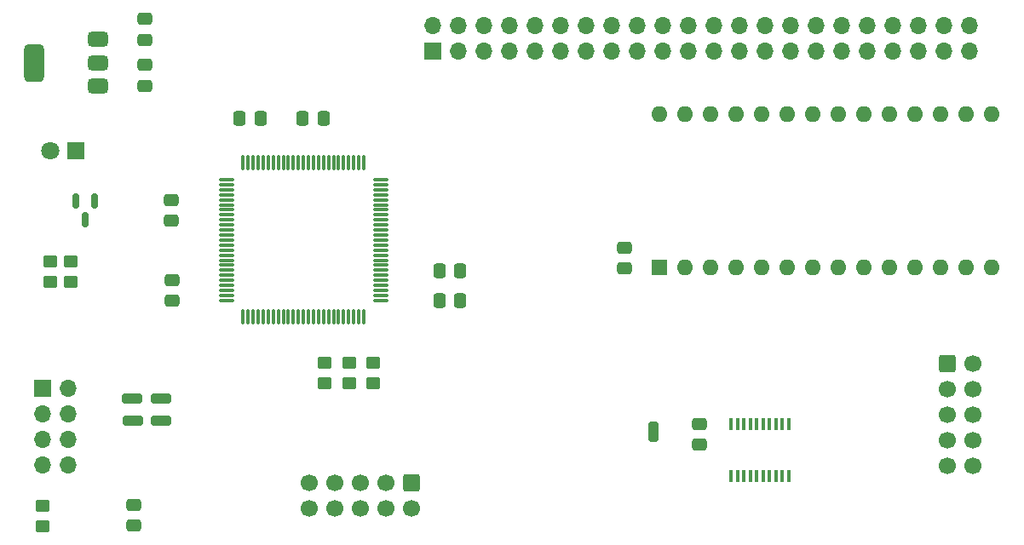
<source format=gbr>
G04 #@! TF.GenerationSoftware,KiCad,Pcbnew,8.0.1*
G04 #@! TF.CreationDate,2024-04-11T14:17:07+02:00*
G04 #@! TF.ProjectId,tipi,74697069-2e6b-4696-9361-645f70636258,2*
G04 #@! TF.SameCoordinates,Original*
G04 #@! TF.FileFunction,Soldermask,Top*
G04 #@! TF.FilePolarity,Negative*
%FSLAX46Y46*%
G04 Gerber Fmt 4.6, Leading zero omitted, Abs format (unit mm)*
G04 Created by KiCad (PCBNEW 8.0.1) date 2024-04-11 14:17:07*
%MOMM*%
%LPD*%
G01*
G04 APERTURE LIST*
G04 Aperture macros list*
%AMRoundRect*
0 Rectangle with rounded corners*
0 $1 Rounding radius*
0 $2 $3 $4 $5 $6 $7 $8 $9 X,Y pos of 4 corners*
0 Add a 4 corners polygon primitive as box body*
4,1,4,$2,$3,$4,$5,$6,$7,$8,$9,$2,$3,0*
0 Add four circle primitives for the rounded corners*
1,1,$1+$1,$2,$3*
1,1,$1+$1,$4,$5*
1,1,$1+$1,$6,$7*
1,1,$1+$1,$8,$9*
0 Add four rect primitives between the rounded corners*
20,1,$1+$1,$2,$3,$4,$5,0*
20,1,$1+$1,$4,$5,$6,$7,0*
20,1,$1+$1,$6,$7,$8,$9,0*
20,1,$1+$1,$8,$9,$2,$3,0*%
G04 Aperture macros list end*
%ADD10RoundRect,0.250000X0.475000X-0.337500X0.475000X0.337500X-0.475000X0.337500X-0.475000X-0.337500X0*%
%ADD11RoundRect,0.250000X-0.475000X0.337500X-0.475000X-0.337500X0.475000X-0.337500X0.475000X0.337500X0*%
%ADD12RoundRect,0.250000X-0.600000X0.600000X-0.600000X-0.600000X0.600000X-0.600000X0.600000X0.600000X0*%
%ADD13C,1.700000*%
%ADD14R,1.800000X1.800000*%
%ADD15C,1.800000*%
%ADD16RoundRect,0.250000X-0.600000X-0.600000X0.600000X-0.600000X0.600000X0.600000X-0.600000X0.600000X0*%
%ADD17R,1.700000X1.700000*%
%ADD18O,1.700000X1.700000*%
%ADD19RoundRect,0.150000X-0.150000X0.587500X-0.150000X-0.587500X0.150000X-0.587500X0.150000X0.587500X0*%
%ADD20RoundRect,0.250000X-0.450000X0.350000X-0.450000X-0.350000X0.450000X-0.350000X0.450000X0.350000X0*%
%ADD21RoundRect,0.250000X0.450000X-0.350000X0.450000X0.350000X-0.450000X0.350000X-0.450000X-0.350000X0*%
%ADD22R,1.600000X1.600000*%
%ADD23O,1.600000X1.600000*%
%ADD24R,0.400000X1.200000*%
%ADD25RoundRect,0.250000X-0.337500X-0.475000X0.337500X-0.475000X0.337500X0.475000X-0.337500X0.475000X0*%
%ADD26RoundRect,0.250000X0.337500X0.475000X-0.337500X0.475000X-0.337500X-0.475000X0.337500X-0.475000X0*%
%ADD27RoundRect,0.075000X-0.662500X-0.075000X0.662500X-0.075000X0.662500X0.075000X-0.662500X0.075000X0*%
%ADD28RoundRect,0.075000X-0.075000X-0.662500X0.075000X-0.662500X0.075000X0.662500X-0.075000X0.662500X0*%
%ADD29RoundRect,0.250000X0.250000X0.750000X-0.250000X0.750000X-0.250000X-0.750000X0.250000X-0.750000X0*%
%ADD30RoundRect,0.250000X0.750000X-0.250000X0.750000X0.250000X-0.750000X0.250000X-0.750000X-0.250000X0*%
%ADD31RoundRect,0.375000X0.625000X0.375000X-0.625000X0.375000X-0.625000X-0.375000X0.625000X-0.375000X0*%
%ADD32RoundRect,0.500000X0.500000X1.400000X-0.500000X1.400000X-0.500000X-1.400000X0.500000X-1.400000X0*%
G04 APERTURE END LIST*
D10*
X51485800Y-130933100D03*
X51485800Y-128858100D03*
D11*
X47701200Y-151210100D03*
X47701200Y-153285100D03*
D12*
X75285600Y-149021800D03*
D13*
X75285600Y-151561800D03*
X72745600Y-149021800D03*
X72745600Y-151561800D03*
X70205600Y-149021800D03*
X70205600Y-151561800D03*
X67665600Y-149021800D03*
X67665600Y-151561800D03*
X65125600Y-149021800D03*
X65125600Y-151561800D03*
D14*
X41889600Y-116027200D03*
D15*
X39349600Y-116027200D03*
D16*
X128549400Y-137160000D03*
D13*
X131089400Y-137160000D03*
X128549400Y-139700000D03*
X131089400Y-139700000D03*
X128549400Y-142240000D03*
X131089400Y-142240000D03*
X128549400Y-144780000D03*
X131089400Y-144780000D03*
X128549400Y-147320000D03*
X131089400Y-147320000D03*
D17*
X38608000Y-139598400D03*
D18*
X41148000Y-139598400D03*
X38608000Y-142138400D03*
X41148000Y-142138400D03*
X38608000Y-144678400D03*
X41148000Y-144678400D03*
X38608000Y-147218400D03*
X41148000Y-147218400D03*
D19*
X43799800Y-120982500D03*
X41899800Y-120982500D03*
X42849800Y-122857500D03*
D20*
X41427400Y-127042900D03*
X41427400Y-129042900D03*
D21*
X39395400Y-129042900D03*
X39395400Y-127042900D03*
D22*
X99923600Y-127635000D03*
D23*
X102463600Y-127635000D03*
X105003600Y-127635000D03*
X107543600Y-127635000D03*
X110083600Y-127635000D03*
X112623600Y-127635000D03*
X115163600Y-127635000D03*
X117703600Y-127635000D03*
X120243600Y-127635000D03*
X122783600Y-127635000D03*
X125323600Y-127635000D03*
X127863600Y-127635000D03*
X130403600Y-127635000D03*
X132943600Y-127635000D03*
X132943600Y-112395000D03*
X130403600Y-112395000D03*
X127863600Y-112395000D03*
X125323600Y-112395000D03*
X122783600Y-112395000D03*
X120243600Y-112395000D03*
X117703600Y-112395000D03*
X115163600Y-112395000D03*
X112623600Y-112395000D03*
X110083600Y-112395000D03*
X107543600Y-112395000D03*
X105003600Y-112395000D03*
X102463600Y-112395000D03*
X99923600Y-112395000D03*
D24*
X107048300Y-148345200D03*
X107683300Y-148345200D03*
X108318300Y-148345200D03*
X108953300Y-148345200D03*
X109588300Y-148345200D03*
X110223300Y-148345200D03*
X110858300Y-148345200D03*
X111493300Y-148345200D03*
X112128300Y-148345200D03*
X112763300Y-148345200D03*
X112763300Y-143145200D03*
X112128300Y-143145200D03*
X111493300Y-143145200D03*
X110858300Y-143145200D03*
X110223300Y-143145200D03*
X109588300Y-143145200D03*
X108953300Y-143145200D03*
X108318300Y-143145200D03*
X107683300Y-143145200D03*
X107048300Y-143145200D03*
D11*
X51435000Y-120882500D03*
X51435000Y-122957500D03*
D20*
X66649600Y-137125200D03*
X66649600Y-139125200D03*
X69075900Y-137125200D03*
X69075900Y-139125200D03*
X71502200Y-137125200D03*
X71502200Y-139125200D03*
D10*
X48793400Y-104974300D03*
X48793400Y-102899300D03*
D11*
X48793400Y-107471300D03*
X48793400Y-109546300D03*
D25*
X78083500Y-127939800D03*
X80158500Y-127939800D03*
X64469100Y-112801400D03*
X66544100Y-112801400D03*
D26*
X60270300Y-112801400D03*
X58195300Y-112801400D03*
D25*
X78083500Y-130911600D03*
X80158500Y-130911600D03*
D10*
X103949500Y-145220600D03*
X103949500Y-143145600D03*
D11*
X96494600Y-125632300D03*
X96494600Y-127707300D03*
D27*
X56887200Y-118889000D03*
X56887200Y-119389000D03*
X56887200Y-119889000D03*
X56887200Y-120389000D03*
X56887200Y-120889000D03*
X56887200Y-121389000D03*
X56887200Y-121889000D03*
X56887200Y-122389000D03*
X56887200Y-122889000D03*
X56887200Y-123389000D03*
X56887200Y-123889000D03*
X56887200Y-124389000D03*
X56887200Y-124889000D03*
X56887200Y-125389000D03*
X56887200Y-125889000D03*
X56887200Y-126389000D03*
X56887200Y-126889000D03*
X56887200Y-127389000D03*
X56887200Y-127889000D03*
X56887200Y-128389000D03*
X56887200Y-128889000D03*
X56887200Y-129389000D03*
X56887200Y-129889000D03*
X56887200Y-130389000D03*
X56887200Y-130889000D03*
D28*
X58549700Y-132551500D03*
X59049700Y-132551500D03*
X59549700Y-132551500D03*
X60049700Y-132551500D03*
X60549700Y-132551500D03*
X61049700Y-132551500D03*
X61549700Y-132551500D03*
X62049700Y-132551500D03*
X62549700Y-132551500D03*
X63049700Y-132551500D03*
X63549700Y-132551500D03*
X64049700Y-132551500D03*
X64549700Y-132551500D03*
X65049700Y-132551500D03*
X65549700Y-132551500D03*
X66049700Y-132551500D03*
X66549700Y-132551500D03*
X67049700Y-132551500D03*
X67549700Y-132551500D03*
X68049700Y-132551500D03*
X68549700Y-132551500D03*
X69049700Y-132551500D03*
X69549700Y-132551500D03*
X70049700Y-132551500D03*
X70549700Y-132551500D03*
D27*
X72212200Y-130889000D03*
X72212200Y-130389000D03*
X72212200Y-129889000D03*
X72212200Y-129389000D03*
X72212200Y-128889000D03*
X72212200Y-128389000D03*
X72212200Y-127889000D03*
X72212200Y-127389000D03*
X72212200Y-126889000D03*
X72212200Y-126389000D03*
X72212200Y-125889000D03*
X72212200Y-125389000D03*
X72212200Y-124889000D03*
X72212200Y-124389000D03*
X72212200Y-123889000D03*
X72212200Y-123389000D03*
X72212200Y-122889000D03*
X72212200Y-122389000D03*
X72212200Y-121889000D03*
X72212200Y-121389000D03*
X72212200Y-120889000D03*
X72212200Y-120389000D03*
X72212200Y-119889000D03*
X72212200Y-119389000D03*
X72212200Y-118889000D03*
D28*
X70549700Y-117226500D03*
X70049700Y-117226500D03*
X69549700Y-117226500D03*
X69049700Y-117226500D03*
X68549700Y-117226500D03*
X68049700Y-117226500D03*
X67549700Y-117226500D03*
X67049700Y-117226500D03*
X66549700Y-117226500D03*
X66049700Y-117226500D03*
X65549700Y-117226500D03*
X65049700Y-117226500D03*
X64549700Y-117226500D03*
X64049700Y-117226500D03*
X63549700Y-117226500D03*
X63049700Y-117226500D03*
X62549700Y-117226500D03*
X62049700Y-117226500D03*
X61549700Y-117226500D03*
X61049700Y-117226500D03*
X60549700Y-117226500D03*
X60049700Y-117226500D03*
X59549700Y-117226500D03*
X59049700Y-117226500D03*
X58549700Y-117226500D03*
D29*
X99301300Y-143903700D03*
D30*
X47576700Y-142877300D03*
X50434200Y-142877300D03*
X47513200Y-140654800D03*
X50434200Y-140667500D03*
D20*
X38608000Y-151314900D03*
X38608000Y-153314900D03*
D31*
X44120200Y-109552100D03*
X44120200Y-107252100D03*
X44120200Y-104952100D03*
D32*
X37820200Y-107252100D03*
D17*
X77419200Y-106070400D03*
D18*
X77419200Y-103530400D03*
X79959200Y-106070400D03*
X79959200Y-103530400D03*
X82499200Y-106070400D03*
X82499200Y-103530400D03*
X85039200Y-106070400D03*
X85039200Y-103530400D03*
X87579200Y-106070400D03*
X87579200Y-103530400D03*
X90119200Y-106070400D03*
X90119200Y-103530400D03*
X92659200Y-106070400D03*
X92659200Y-103530400D03*
X95199200Y-106070400D03*
X95199200Y-103530400D03*
X97739200Y-106070400D03*
X97739200Y-103530400D03*
X100279200Y-106070400D03*
X100279200Y-103530400D03*
X102819200Y-106070400D03*
X102819200Y-103530400D03*
X105359200Y-106070400D03*
X105359200Y-103530400D03*
X107899200Y-106070400D03*
X107899200Y-103530400D03*
X110439200Y-106070400D03*
X110439200Y-103530400D03*
X112979200Y-106070400D03*
X112979200Y-103530400D03*
X115519200Y-106070400D03*
X115519200Y-103530400D03*
X118059200Y-106070400D03*
X118059200Y-103530400D03*
X120599200Y-106070400D03*
X120599200Y-103530400D03*
X123139200Y-106070400D03*
X123139200Y-103530400D03*
X125679200Y-106070400D03*
X125679200Y-103530400D03*
X128219200Y-106070400D03*
X128219200Y-103530400D03*
X130759200Y-106070400D03*
X130759200Y-103530400D03*
M02*

</source>
